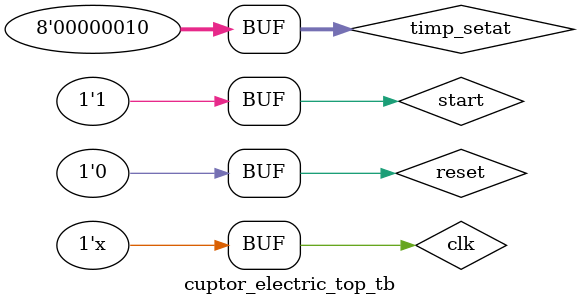
<source format=sv>


`include "apb_interface.sv"
`include "door_interface.sv"
`include "led_interface.sv"
//`include "random_test.sv"//
//`include "reg_test.sv"
`include "operation_mod_test.sv"
//`include "temperature_test.sv"
//`include "timp_reg_test.sv"
//`include "timp_modop_test.sv"

module cuptor_electric_top_tb;

 // Parameters
 localparam CLK_PERIOD = 20; // Clock periods in units of time
  
 // Input
 logic clk;
 logic reset;
 logic [7:0] timp_setat;
 logic door;
 logic start;
  
 // Outputs
 wire logic mod_ready;
 wire logic ready;
 wire logic temp_current;
 wire  timeout ;
 wire  timer_remain;
  
  apb_interface apb_intf(clk, reset);
  
  door_interface door_intf(clk, reset);
  
  led_interface led_intf(clk,reset);
 
// Instantiation of DUT
   cuptor_electric_top dut (
    .clk(clk),
    .reset(reset),
     .door(door_intf.door_closed),
     .paddr(apb_intf.paddr),
     .pwrite(apb_intf.pwrite),
     .psel(apb_intf.psel),
     .penable(apb_intf.penable),
     .pwdata(apb_intf.pwdata),
     .prdata(apb_intf.prdata),
     .pready(apb_intf.pready),
     .mod_ready(led_intf.led)
   
  );
 
  // Clock generator
 always #(CLK_PERIOD / 2) clk = ~clk;

 // Initialization for reset
 initial begin
  reset = 1;
  clk = 0;
  #50 reset = 0; //The reset is activated for a short time
  start <=1'b1;
  #100
  timp_setat <= 8'd2;
  

 end


  test t1(apb_intf, door_intf, led_intf);

  // Saving variables for waveform
  initial begin
  $dumpfile("dump.vcd");
  $dumpvars;
end

endmodule
</source>
